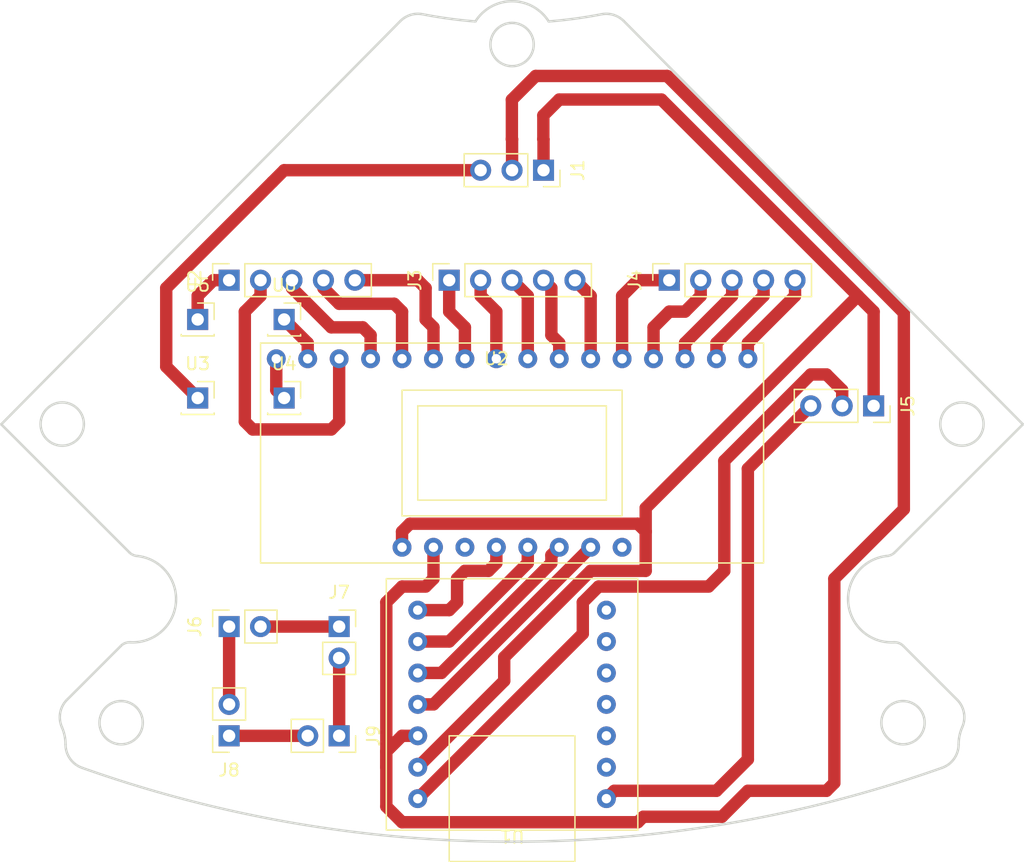
<source format=kicad_pcb>
(kicad_pcb (version 20211014) (generator pcbnew)
  (layers (0 "F.Cu" signal) (31 "B.Cu" signal) (34 "B.Paste" user) (35 "F.Paste" user) (36 "B.SilkS" user "B.Silkscreen") (37 "F.SilkS" user "F.Silkscreen") (38 "B.Mask" user) (39 "F.Mask" user) (44 "Edge.Cuts" user))
  (net 0 "")
  (net 1 "GND")
  (net 2 "+3V3")
  (net 3 "Net-(J1-Pad3)")
  (net 4 "Net-(J2-Pad1)")
  (net 5 "Net-(J2-Pad2)")
  (net 6 "Net-(J2-Pad3)")
  (net 7 "Net-(J2-Pad4)")
  (net 8 "Net-(J2-Pad5)")
  (net 9 "Net-(J3-Pad1)")
  (net 10 "Net-(J3-Pad2)")
  (net 11 "Net-(J3-Pad3)")
  (net 12 "Net-(J3-Pad4)")
  (net 13 "Net-(J3-Pad5)")
  (net 14 "Net-(J4-Pad1)")
  (net 15 "Net-(J4-Pad2)")
  (net 16 "Net-(J4-Pad3)")
  (net 17 "Net-(J4-Pad4)")
  (net 18 "Net-(J4-Pad5)")
  (net 19 "+5V")
  (net 20 "DAC")
  (net 21 "S3")
  (net 22 "S2")
  (net 23 "S1")
  (net 24 "S0")
  (net 33 "Net-(J6-Pad1)")
  (net 34 "Net-(J6-Pad2)")
  (net 35 "Net-(J7-Pad2)")
  (net 36 "Net-(J8-Pad1)")
  (net 37 "Net-(U2-Pad9)")
  (net 38 "Net-(U2-Pad10)")
  (footprint "Connector_PinSocket_2.54mm:PinSocket_1x02_P2.54mm_Vertical" (layer "F.Cu") (at -13.97 47.05)
    (fp_text reference "J7" (at 0 -2.77) (layer "F.SilkS"))
    (fp_text value "battery1")
    (fp_line (start 0 -1.33) (end 1.33 -1.33) (layer "F.SilkS") (width 0.12))
    (fp_line (start -1.33 1.27) (end 1.33 1.27) (layer "F.SilkS") (width 0.12))
    (fp_line (start -1.33 1.27) (end -1.33 3.87) (layer "F.SilkS") (width 0.12))
    (fp_line (start 1.33 -1.33) (end 1.33 0) (layer "F.SilkS") (width 0.12))
    (fp_line (start -1.33 3.87) (end 1.33 3.87) (layer "F.SilkS") (width 0.12))
    (fp_line (start 1.33 1.27) (end 1.33 3.87) (layer "F.SilkS") (width 0.12))
    (pad "1" thru_hole rect (at 0 0) (size 1.7 1.7) (drill 1) (layers *.Cu *.Mask) (net 34 "Net-(J6-Pad2)"))
    (pad "2" thru_hole oval (at 0 2.54) (size 1.7 1.7) (drill 1) (layers *.Cu *.Mask) (net 35 "Net-(J7-Pad2)"))
  )
  (footprint "Connector_PinSocket_2.54mm:PinSocket_1x02_P2.54mm_Vertical" (layer "F.Cu") (at -22.86 47.05 90)
    (fp_text reference "J6" (at 0 -2.77 90) (layer "F.SilkS"))
    (fp_text value "driver")
    (fp_line (start -1.33 3.87) (end 1.33 3.87) (layer "F.SilkS") (width 0.12))
    (fp_line (start -1.33 1.27) (end -1.33 3.87) (layer "F.SilkS") (width 0.12))
    (fp_line (start 0 -1.33) (end 1.33 -1.33) (layer "F.SilkS") (width 0.12))
    (fp_line (start -1.33 1.27) (end 1.33 1.27) (layer "F.SilkS") (width 0.12))
    (fp_line (start 1.33 -1.33) (end 1.33 0) (layer "F.SilkS") (width 0.12))
    (fp_line (start 1.33 1.27) (end 1.33 3.87) (layer "F.SilkS") (width 0.12))
    (pad "1" thru_hole rect (at 0 0 90) (size 1.7 1.7) (drill 1) (layers *.Cu *.Mask) (net 33 "Net-(J6-Pad1)"))
    (pad "2" thru_hole oval (at 0 2.54 90) (size 1.7 1.7) (drill 1) (layers *.Cu *.Mask) (net 34 "Net-(J6-Pad2)"))
  )
  (footprint "Connector_PinSocket_2.54mm:PinSocket_1x01_P2.54mm_Vertical" (layer "F.Cu") (at -25.4 22.225)
    (fp_text reference "U5" (at 0 -2.77) (layer "F.SilkS"))
    (fp_text value "B")
    (fp_line (start 1.33 -1.33) (end 1.33 0) (layer "F.SilkS") (width 0.12))
    (fp_line (start -1.33 1.21) (end -1.33 1.33) (layer "F.SilkS") (width 0.12))
    (fp_line (start -1.33 1.33) (end 1.33 1.33) (layer "F.SilkS") (width 0.12))
    (fp_line (start 0 -1.33) (end 1.33 -1.33) (layer "F.SilkS") (width 0.12))
    (fp_line (start 1.33 1.21) (end 1.33 1.33) (layer "F.SilkS") (width 0.12))
    (pad "1" thru_hole rect (at 0 0) (size 1.7 1.7) (drill 1) (layers *.Cu *.Mask) (net 4 "Net-(J2-Pad1)"))
  )
  (footprint "Connector_PinSocket_2.54mm:PinSocket_1x05_P2.54mm_Vertical" (layer "F.Cu") (at 12.7 19.05 90)
    (fp_text reference "J4" (at 0 -2.77 90) (layer "F.SilkS"))
    (fp_text value "C11~C15")
    (fp_line (start -1.33 1.27) (end 1.33 1.27) (layer "F.SilkS") (width 0.12))
    (fp_line (start 1.33 1.27) (end 1.33 11.49) (layer "F.SilkS") (width 0.12))
    (fp_line (start 1.33 -1.33) (end 1.33 0) (layer "F.SilkS") (width 0.12))
    (fp_line (start -1.33 1.27) (end -1.33 11.49) (layer "F.SilkS") (width 0.12))
    (fp_line (start -1.33 11.49) (end 1.33 11.49) (layer "F.SilkS") (width 0.12))
    (fp_line (start 0 -1.33) (end 1.33 -1.33) (layer "F.SilkS") (width 0.12))
    (pad "1" thru_hole rect (at 0 0 90) (size 1.7 1.7) (drill 1) (layers *.Cu *.Mask) (net 14 "Net-(J4-Pad1)"))
    (pad "2" thru_hole oval (at 0 2.54 90) (size 1.7 1.7) (drill 1) (layers *.Cu *.Mask) (net 15 "Net-(J4-Pad2)"))
    (pad "3" thru_hole oval (at 0 5.08 90) (size 1.7 1.7) (drill 1) (layers *.Cu *.Mask) (net 16 "Net-(J4-Pad3)"))
    (pad "4" thru_hole oval (at 0 7.62 90) (size 1.7 1.7) (drill 1) (layers *.Cu *.Mask) (net 17 "Net-(J4-Pad4)"))
    (pad "5" thru_hole oval (at 0 10.16 90) (size 1.7 1.7) (drill 1) (layers *.Cu *.Mask) (net 18 "Net-(J4-Pad5)"))
  )
  (footprint "Connector_PinSocket_2.54mm:PinSocket_1x02_P2.54mm_Vertical" (layer "F.Cu") (at -22.86 55.88 180)
    (fp_text reference "J8" (at 0 -2.77) (layer "F.SilkS"))
    (fp_text value "toggle")
    (fp_line (start 1.33 1.27) (end 1.33 3.87) (layer "F.SilkS") (width 0.12))
    (fp_line (start -1.33 3.87) (end 1.33 3.87) (layer "F.SilkS") (width 0.12))
    (fp_line (start -1.33 1.27) (end 1.33 1.27) (layer "F.SilkS") (width 0.12))
    (fp_line (start 1.33 -1.33) (end 1.33 0) (layer "F.SilkS") (width 0.12))
    (fp_line (start -1.33 1.27) (end -1.33 3.87) (layer "F.SilkS") (width 0.12))
    (fp_line (start 0 -1.33) (end 1.33 -1.33) (layer "F.SilkS") (width 0.12))
    (pad "1" thru_hole rect (at 0 0 180) (size 1.7 1.7) (drill 1) (layers *.Cu *.Mask) (net 36 "Net-(J8-Pad1)"))
    (pad "2" thru_hole oval (at 0 2.54 180) (size 1.7 1.7) (drill 1) (layers *.Cu *.Mask) (net 33 "Net-(J6-Pad1)"))
  )
  (footprint "Connector_PinSocket_2.54mm:PinSocket_1x02_P2.54mm_Vertical" (layer "F.Cu") (at -13.97 55.88 -90)
    (fp_text reference "J9" (at 0 -2.77 90) (layer "F.SilkS"))
    (fp_text value "battery2")
    (fp_line (start 1.33 -1.33) (end 1.33 0) (layer "F.SilkS") (width 0.12))
    (fp_line (start 0 -1.33) (end 1.33 -1.33) (layer "F.SilkS") (width 0.12))
    (fp_line (start -1.33 1.27) (end -1.33 3.87) (layer "F.SilkS") (width 0.12))
    (fp_line (start -1.33 3.87) (end 1.33 3.87) (layer "F.SilkS") (width 0.12))
    (fp_line (start -1.33 1.27) (end 1.33 1.27) (layer "F.SilkS") (width 0.12))
    (fp_line (start 1.33 1.27) (end 1.33 3.87) (layer "F.SilkS") (width 0.12))
    (pad "1" thru_hole rect (at 0 0 270) (size 1.7 1.7) (drill 1) (layers *.Cu *.Mask) (net 35 "Net-(J7-Pad2)"))
    (pad "2" thru_hole oval (at 0 2.54 270) (size 1.7 1.7) (drill 1) (layers *.Cu *.Mask) (net 36 "Net-(J8-Pad1)"))
  )
  (footprint "Multiplexer:16ch_Multiplexer" (layer "F.Cu") (at -1.27 25.4)
    (fp_text reference "U2" (at 0 0 unlocked) (layer "F.SilkS"))
    (fp_text value "16ch_Multiplexer")
    (fp_rect (start -6.35 3.81) (end 8.89 11.43) (layer "F.SilkS") (width 0.12) (fill none))
    (fp_rect (start -19.05 -1.27) (end 21.59 16.51) (layer "F.SilkS") (width 0.12) (fill none))
    (fp_rect (start -7.62 12.7) (end 10.16 2.54) (layer "F.SilkS") (width 0.12) (fill none))
    (pad "1" thru_hole circle (at -7.62 15.24) (size 1.524 1.524) (drill 0.762) (layers *.Cu *.Mask) (net 1 "GND"))
    (pad "2" thru_hole circle (at -5.08 15.24) (size 1.524 1.524) (drill 0.762) (layers *.Cu *.Mask) (net 2 "+3V3"))
    (pad "3" thru_hole circle (at -2.54 15.24) (size 1.524 1.524) (drill 0.762) (layers *.Cu *.Mask))
    (pad "4" thru_hole circle (at 0 15.24) (size 1.524 1.524) (drill 0.762) (layers *.Cu *.Mask) (net 24 "S0"))
    (pad "5" thru_hole circle (at 2.54 15.24) (size 1.524 1.524) (drill 0.762) (layers *.Cu *.Mask) (net 23 "S1"))
    (pad "6" thru_hole circle (at 5.08 15.24) (size 1.524 1.524) (drill 0.762) (layers *.Cu *.Mask) (net 22 "S2"))
    (pad "7" thru_hole circle (at 7.62 15.24) (size 1.524 1.524) (drill 0.762) (layers *.Cu *.Mask) (net 21 "S3"))
    (pad "8" thru_hole circle (at 10.16 15.24) (size 1.524 1.524) (drill 0.762) (layers *.Cu *.Mask))
    (pad "9" thru_hole circle (at -17.78 0) (size 1.524 1.524) (drill 0.762) (layers *.Cu *.Mask) (net 37 "Net-(U2-Pad9)"))
    (pad "10" thru_hole circle (at -15.24 0) (size 1.524 1.524) (drill 0.762) (layers *.Cu *.Mask) (net 38 "Net-(U2-Pad10)"))
    (pad "11" thru_hole circle (at -12.7 0) (size 1.524 1.524) (drill 0.762) (layers *.Cu *.Mask) (net 5 "Net-(J2-Pad2)"))
    (pad "12" thru_hole circle (at -10.16 0) (size 1.524 1.524) (drill 0.762) (layers *.Cu *.Mask) (net 6 "Net-(J2-Pad3)"))
    (pad "13" thru_hole circle (at -7.62 0) (size 1.524 1.524) (drill 0.762) (layers *.Cu *.Mask) (net 7 "Net-(J2-Pad4)"))
    (pad "14" thru_hole circle (at -5.08 0) (size 1.524 1.524) (drill 0.762) (layers *.Cu *.Mask) (net 8 "Net-(J2-Pad5)"))
    (pad "15" thru_hole circle (at -2.54 0) (size 1.524 1.524) (drill 0.762) (layers *.Cu *.Mask) (net 9 "Net-(J3-Pad1)"))
    (pad "16" thru_hole circle (at 0 0) (size 1.524 1.524) (drill 0.762) (layers *.Cu *.Mask) (net 10 "Net-(J3-Pad2)"))
    (pad "17" thru_hole circle (at 2.54 0) (size 1.524 1.524) (drill 0.762) (layers *.Cu *.Mask) (net 11 "Net-(J3-Pad3)"))
    (pad "18" thru_hole circle (at 5.08 0) (size 1.524 1.524) (drill 0.762) (layers *.Cu *.Mask) (net 12 "Net-(J3-Pad4)"))
    (pad "19" thru_hole circle (at 7.62 0) (size 1.524 1.524) (drill 0.762) (layers *.Cu *.Mask) (net 13 "Net-(J3-Pad5)"))
    (pad "20" thru_hole circle (at 10.16 0) (size 1.524 1.524) (drill 0.762) (layers *.Cu *.Mask) (net 14 "Net-(J4-Pad1)"))
    (pad "21" thru_hole circle (at 12.7 0) (size 1.524 1.524) (drill 0.762) (layers *.Cu *.Mask) (net 15 "Net-(J4-Pad2)"))
    (pad "22" thru_hole circle (at 15.24 0) (size 1.524 1.524) (drill 0.762) (layers *.Cu *.Mask) (net 16 "Net-(J4-Pad3)"))
    (pad "23" thru_hole circle (at 17.78 0) (size 1.524 1.524) (drill 0.762) (layers *.Cu *.Mask) (net 17 "Net-(J4-Pad4)"))
    (pad "24" thru_hole circle (at 20.32 0) (size 1.524 1.524) (drill 0.762) (layers *.Cu *.Mask) (net 18 "Net-(J4-Pad5)"))
  )
  (footprint "seeeduino_xiao:seeeduino_xiao" (layer "F.Cu") (at 0 63.5 180)
    (fp_text reference "U1" (at 0 -0.5 180 unlocked) (layer "F.SilkS"))
    (fp_text value "seeeduino_xion")
    (fp_rect (start -5.08 -2.54) (end 5.08 7.62) (layer "F.SilkS") (width 0.12) (fill none))
    (fp_rect (start -10.16 0) (end 10.16 20.32) (layer "F.SilkS") (width 0.12) (fill none))
    (pad "1" thru_hole circle (at 7.62 2.54 180) (size 1.524 1.524) (drill 0.762) (layers *.Cu *.Mask) (net 19 "+5V"))
    (pad "2" thru_hole circle (at 7.62 5.08 180) (size 1.524 1.524) (drill 0.762) (layers *.Cu *.Mask) (net 1 "GND"))
    (pad "3" thru_hole circle (at 7.62 7.62 180) (size 1.524 1.524) (drill 0.762) (layers *.Cu *.Mask) (net 2 "+3V3"))
    (pad "4" thru_hole circle (at 7.62 10.16 180) (size 1.524 1.524) (drill 0.762) (layers *.Cu *.Mask) (net 21 "S3"))
    (pad "5" thru_hole circle (at 7.62 12.7 180) (size 1.524 1.524) (drill 0.762) (layers *.Cu *.Mask) (net 22 "S2"))
    (pad "6" thru_hole circle (at 7.62 15.24 180) (size 1.524 1.524) (drill 0.762) (layers *.Cu *.Mask) (net 23 "S1"))
    (pad "7" thru_hole circle (at 7.62 17.78 180) (size 1.524 1.524) (drill 0.762) (layers *.Cu *.Mask) (net 24 "S0"))
    (pad "8" thru_hole circle (at -7.62 2.54 180) (size 1.524 1.524) (drill 0.762) (layers *.Cu *.Mask) (net 20 "DAC"))
    (pad "9" thru_hole circle (at -7.62 5.08 180) (size 1.524 1.524) (drill 0.762) (layers *.Cu *.Mask))
    (pad "10" thru_hole circle (at -7.62 7.62 180) (size 1.524 1.524) (drill 0.762) (layers *.Cu *.Mask))
    (pad "11" thru_hole circle (at -7.62 10.16 180) (size 1.524 1.524) (drill 0.762) (layers *.Cu *.Mask))
    (pad "12" thru_hole circle (at -7.62 12.7 180) (size 1.524 1.524) (drill 0.762) (layers *.Cu *.Mask))
    (pad "13" thru_hole circle (at -7.62 15.24 180) (size 1.524 1.524) (drill 0.762) (layers *.Cu *.Mask))
    (pad "14" thru_hole circle (at -7.62 17.78 180) (size 1.524 1.524) (drill 0.762) (layers *.Cu *.Mask))
  )
  (footprint "Connector_PinSocket_2.54mm:PinSocket_1x01_P2.54mm_Vertical" (layer "F.Cu") (at -25.4 28.575)
    (fp_text reference "U3" (at 0 -2.77) (layer "F.SilkS"))
    (fp_text value "A")
    (fp_line (start -1.33 1.33) (end 1.33 1.33) (layer "F.SilkS") (width 0.12))
    (fp_line (start 0 -1.33) (end 1.33 -1.33) (layer "F.SilkS") (width 0.12))
    (fp_line (start 1.33 1.21) (end 1.33 1.33) (layer "F.SilkS") (width 0.12))
    (fp_line (start 1.33 -1.33) (end 1.33 0) (layer "F.SilkS") (width 0.12))
    (fp_line (start -1.33 1.21) (end -1.33 1.33) (layer "F.SilkS") (width 0.12))
    (pad "1" thru_hole rect (at 0 0) (size 1.7 1.7) (drill 1) (layers *.Cu *.Mask) (net 3 "Net-(J1-Pad3)"))
  )
  (footprint "Connector_PinSocket_2.54mm:PinSocket_1x05_P2.54mm_Vertical" (layer "F.Cu") (at -5.08 19.05 90)
    (fp_text reference "J3" (at 0 -2.77 90) (layer "F.SilkS"))
    (fp_text value "C6~C10")
    (fp_line (start 1.33 -1.33) (end 1.33 0) (layer "F.SilkS") (width 0.12))
    (fp_line (start -1.33 11.49) (end 1.33 11.49) (layer "F.SilkS") (width 0.12))
    (fp_line (start 1.33 1.27) (end 1.33 11.49) (layer "F.SilkS") (width 0.12))
    (fp_line (start -1.33 1.27) (end 1.33 1.27) (layer "F.SilkS") (width 0.12))
    (fp_line (start -1.33 1.27) (end -1.33 11.49) (layer "F.SilkS") (width 0.12))
    (fp_line (start 0 -1.33) (end 1.33 -1.33) (layer "F.SilkS") (width 0.12))
    (pad "1" thru_hole rect (at 0 0 90) (size 1.7 1.7) (drill 1) (layers *.Cu *.Mask) (net 9 "Net-(J3-Pad1)"))
    (pad "2" thru_hole oval (at 0 2.54 90) (size 1.7 1.7) (drill 1) (layers *.Cu *.Mask) (net 10 "Net-(J3-Pad2)"))
    (pad "3" thru_hole oval (at 0 5.08 90) (size 1.7 1.7) (drill 1) (layers *.Cu *.Mask) (net 11 "Net-(J3-Pad3)"))
    (pad "4" thru_hole oval (at 0 7.62 90) (size 1.7 1.7) (drill 1) (layers *.Cu *.Mask) (net 12 "Net-(J3-Pad4)"))
    (pad "5" thru_hole oval (at 0 10.16 90) (size 1.7 1.7) (drill 1) (layers *.Cu *.Mask) (net 13 "Net-(J3-Pad5)"))
  )
  (footprint "Connector_PinSocket_2.54mm:PinSocket_1x05_P2.54mm_Vertical" (layer "F.Cu") (at -22.86 19.05 90)
    (fp_text reference "J2" (at 0 -2.77 90) (layer "F.SilkS"))
    (fp_text value "C1~C5")
    (fp_line (start -1.33 1.27) (end -1.33 11.49) (layer "F.SilkS") (width 0.12))
    (fp_line (start -1.33 1.27) (end 1.33 1.27) (layer "F.SilkS") (width 0.12))
    (fp_line (start 1.33 1.27) (end 1.33 11.49) (layer "F.SilkS") (width 0.12))
    (fp_line (start -1.33 11.49) (end 1.33 11.49) (layer "F.SilkS") (width 0.12))
    (fp_line (start 0 -1.33) (end 1.33 -1.33) (layer "F.SilkS") (width 0.12))
    (fp_line (start 1.33 -1.33) (end 1.33 0) (layer "F.SilkS") (width 0.12))
    (pad "1" thru_hole rect (at 0 0 90) (size 1.7 1.7) (drill 1) (layers *.Cu *.Mask) (net 4 "Net-(J2-Pad1)"))
    (pad "2" thru_hole oval (at 0 2.54 90) (size 1.7 1.7) (drill 1) (layers *.Cu *.Mask) (net 5 "Net-(J2-Pad2)"))
    (pad "3" thru_hole oval (at 0 5.08 90) (size 1.7 1.7) (drill 1) (layers *.Cu *.Mask) (net 6 "Net-(J2-Pad3)"))
    (pad "4" thru_hole oval (at 0 7.62 90) (size 1.7 1.7) (drill 1) (layers *.Cu *.Mask) (net 7 "Net-(J2-Pad4)"))
    (pad "5" thru_hole oval (at 0 10.16 90) (size 1.7 1.7) (drill 1) (layers *.Cu *.Mask) (net 8 "Net-(J2-Pad5)"))
  )
  (footprint "Connector_PinSocket_2.54mm:PinSocket_1x03_P2.54mm_Vertical" (layer "F.Cu") (at 2.54 10.16 -90)
    (fp_text reference "J1" (at 0 -2.77 90) (layer "F.SilkS"))
    (fp_text value "GND/5V/C0")
    (fp_line (start 1.33 1.27) (end 1.33 6.41) (layer "F.SilkS") (width 0.12))
    (fp_line (start -1.33 6.41) (end 1.33 6.41) (layer "F.SilkS") (width 0.12))
    (fp_line (start -1.33 1.27) (end -1.33 6.41) (layer "F.SilkS") (width 0.12))
    (fp_line (start 0 -1.33) (end 1.33 -1.33) (layer "F.SilkS") (width 0.12))
    (fp_line (start 1.33 -1.33) (end 1.33 0) (layer "F.SilkS") (width 0.12))
    (fp_line (start -1.33 1.27) (end 1.33 1.27) (layer "F.SilkS") (width 0.12))
    (pad "1" thru_hole rect (at 0 0 270) (size 1.7 1.7) (drill 1) (layers *.Cu *.Mask) (net 1 "GND"))
    (pad "2" thru_hole oval (at 0 2.54 270) (size 1.7 1.7) (drill 1) (layers *.Cu *.Mask) (net 2 "+3V3"))
    (pad "3" thru_hole oval (at 0 5.08 270) (size 1.7 1.7) (drill 1) (layers *.Cu *.Mask) (net 3 "Net-(J1-Pad3)"))
  )
  (footprint "Connector_PinSocket_2.54mm:PinSocket_1x01_P2.54mm_Vertical" (layer "F.Cu") (at -18.415 28.575)
    (fp_text reference "U4" (at 0 -2.77) (layer "F.SilkS"))
    (fp_text value "A")
    (fp_line (start 1.33 1.21) (end 1.33 1.33) (layer "F.SilkS") (width 0.12))
    (fp_line (start -1.33 1.33) (end 1.33 1.33) (layer "F.SilkS") (width 0.12))
    (fp_line (start 0 -1.33) (end 1.33 -1.33) (layer "F.SilkS") (width 0.12))
    (fp_line (start 1.33 -1.33) (end 1.33 0) (layer "F.SilkS") (width 0.12))
    (fp_line (start -1.33 1.21) (end -1.33 1.33) (layer "F.SilkS") (width 0.12))
    (pad "1" thru_hole rect (at 0 0) (size 1.7 1.7) (drill 1) (layers *.Cu *.Mask) (net 37 "Net-(U2-Pad9)"))
  )
  (footprint "Connector_PinSocket_2.54mm:PinSocket_1x03_P2.54mm_Vertical" (layer "F.Cu") (at 29.21 29.21 -90)
    (fp_text reference "J5" (at 0 -2.77 90) (layer "F.SilkS"))
    (fp_text value "GND/5V/DAC")
    (fp_line (start 1.33 -1.33) (end 1.33 0) (layer "F.SilkS") (width 0.12))
    (fp_line (start -1.33 6.41) (end 1.33 6.41) (layer "F.SilkS") (width 0.12))
    (fp_line (start -1.33 1.27) (end -1.33 6.41) (layer "F.SilkS") (width 0.12))
    (fp_line (start 1.33 1.27) (end 1.33 6.41) (layer "F.SilkS") (width 0.12))
    (fp_line (start 0 -1.33) (end 1.33 -1.33) (layer "F.SilkS") (width 0.12))
    (fp_line (start -1.33 1.27) (end 1.33 1.27) (layer "F.SilkS") (width 0.12))
    (pad "1" thru_hole rect (at 0 0 270) (size 1.7 1.7) (drill 1) (layers *.Cu *.Mask) (net 1 "GND"))
    (pad "2" thru_hole oval (at 0 2.54 270) (size 1.7 1.7) (drill 1) (layers *.Cu *.Mask) (net 19 "+5V"))
    (pad "3" thru_hole oval (at 0 5.08 270) (size 1.7 1.7) (drill 1) (layers *.Cu *.Mask) (net 20 "DAC"))
  )
  (footprint "Connector_PinSocket_2.54mm:PinSocket_1x01_P2.54mm_Vertical" (layer "F.Cu") (at -18.415 22.225)
    (fp_text reference "U6" (at 0 -2.77) (layer "F.SilkS"))
    (fp_text value "B")
    (fp_line (start 1.33 -1.33) (end 1.33 0) (layer "F.SilkS") (width 0.12))
    (fp_line (start -1.33 1.21) (end -1.33 1.33) (layer "F.SilkS") (width 0.12))
    (fp_line (start 0 -1.33) (end 1.33 -1.33) (layer "F.SilkS") (width 0.12))
    (fp_line (start 1.33 1.21) (end 1.33 1.33) (layer "F.SilkS") (width 0.12))
    (fp_line (start -1.33 1.33) (end 1.33 1.33) (layer "F.SilkS") (width 0.12))
    (pad "1" thru_hole rect (at 0 0) (size 1.7 1.7) (drill 1) (layers *.Cu *.Mask) (net 38 "Net-(U2-Pad10)"))
  )
  (gr_arc (start 35.952633 52.960915) (mid 36.503891 54.005104) (end 36.370076 55.178267) (layer "Edge.Cuts") (width 0.2))
  (gr_arc (start -34.743624 58.46464) (mid -35.708482 57.734231) (end -36.075477 56.581078) (layer "Edge.Cuts") (width 0.2))
  (gr_line (start 31.60298 48.611253) (end 35.952633 52.960915) (layer "Edge.Cuts") (width 0.2))
  (gr_arc (start -36.370076 55.178267) (mid -36.150193 55.86443) (end -36.075477 56.581078) (layer "Edge.Cuts") (width 0.2))
  (gr_arc (start 30.840228 48.319908) (mid 27.155652 45.092056) (end 30.306892 41.341746) (layer "Edge.Cuts") (width 0.2))
  (gr_arc (start -31.60298 48.611253) (mid -31.252694 48.384186) (end -30.840228 48.319908) (layer "Edge.Cuts") (width 0.2))
  (gr_arc (start -9.024118 -1.898315) (mid -8.194312 -2.396814) (end -7.227596 -2.447222) (layer "Edge.Cuts") (width 0.2))
  (gr_arc (start -30.306892 41.341746) (mid -27.155652 45.092056) (end -30.840228 48.319908) (layer "Edge.Cuts") (width 0.2))
  (gr_circle (center 36.34227 30.678984) (end 36.34227 28.928984) (layer "Edge.Cuts") (width 0.2) (fill none))
  (gr_arc (start 36.075477 56.581078) (mid 35.708481 57.73423) (end 34.743624 58.46464) (layer "Edge.Cuts") (width 0.2))
  (gr_circle (center 31.582806 54.820218) (end 31.582806 53.070218) (layer "Edge.Cuts") (width 0.2) (fill none))
  (gr_line (start -41.269842 30.700962) (end -9.024118 -1.898315) (layer "Edge.Cuts") (width 0.2))
  (gr_circle (center 0 0) (end 0 -1.75) (layer "Edge.Cuts") (width 0.2) (fill none))
  (gr_arc (start 30.840228 48.319908) (mid 31.252694 48.384186) (end 31.60298 48.611253) (layer "Edge.Cuts") (width 0.2))
  (gr_circle (center -31.582806 54.820218) (end -31.582806 53.070218) (layer "Edge.Cuts") (width 0.2) (fill none))
  (gr_arc (start -2.961012 -1.86612) (mid -5.102583 -2.095884) (end -7.227596 -2.447222) (layer "Edge.Cuts") (width 0.2))
  (gr_arc (start 36.075477 56.581078) (mid 36.150193 55.86443) (end 36.370076 55.178267) (layer "Edge.Cuts") (width 0.2))
  (gr_circle (center -36.34227 30.678984) (end -36.34227 28.928984) (layer "Edge.Cuts") (width 0.2) (fill none))
  (gr_line (start 41.269842 30.700962) (end 9.024118 -1.898315) (layer "Edge.Cuts") (width 0.2))
  (gr_arc (start 30.917261 41.053543) (mid 30.637128 41.250701) (end 30.306892 41.341746) (layer "Edge.Cuts") (width 0.2))
  (gr_arc (start 7.227596 -2.447222) (mid 5.102583 -2.095886) (end 2.961012 -1.86612) (layer "Edge.Cuts") (width 0.2))
  (gr_line (start -35.952633 52.960915) (end -31.60298 48.611253) (layer "Edge.Cuts") (width 0.2))
  (gr_arc (start -30.306892 41.341746) (mid -30.637128 41.2507) (end -30.917261 41.053543) (layer "Edge.Cuts") (width 0.2))
  (gr_line (start 41.269842 30.700962) (end 30.917261 41.053543) (layer "Edge.Cuts") (width 0.2))
  (gr_arc (start -36.370076 55.178267) (mid -36.503891 54.005104) (end -35.952633 52.960915) (layer "Edge.Cuts") (width 0.2))
  (gr_arc (start 34.743624 58.46464) (mid 0 64.439742) (end -34.743624 58.46464) (layer "Edge.Cuts") (width 0.2))
  (gr_arc (start -2.961012 -1.86612) (mid 0 -3.5) (end 2.961012 -1.86612) (layer "Edge.Cuts") (width 0.2))
  (gr_line (start -41.269842 30.700962) (end -30.917261 41.053543) (layer "Edge.Cuts") (width 0.2))
  (gr_arc (start 7.227596 -2.447222) (mid 8.194312 -2.396814) (end 9.024118 -1.898315) (layer "Edge.Cuts") (width 0.2))
  (segment (start 12.065 4.445) (end 27.94 20.32) (width 1) (layer "F.Cu") (net 1))
  (segment (start 10.16 38.735) (end 10.795 39.37) (width 1) (layer "F.Cu") (net 1))
  (segment (start 2.525 7.645) (end 2.54 7.66) (width 1) (layer "F.Cu") (net 1))
  (segment (start 2.525 7.645) (end 2.525 5.73) (width 1) (layer "F.Cu") (net 1))
  (segment (start -7.62 58.42) (end -0.635 51.435) (width 1) (layer "F.Cu") (net 1))
  (segment (start -0.635 49.53) (end 6.35 42.545) (width 1) (layer "F.Cu") (net 1))
  (segment (start 27.94 20.32) (end 29.21 21.59) (width 1) (layer "F.Cu") (net 1))
  (segment (start -8.89 40.64) (end -8.89 39.37) (width 1) (layer "F.Cu") (net 1))
  (segment (start 10.795 39.37) (end 10.795 42.545) (width 1) (layer "F.Cu") (net 1))
  (segment (start 3.81 4.445) (end 12.065 4.445) (width 1) (layer "F.Cu") (net 1))
  (segment (start -8.255 38.735) (end 10.16 38.735) (width 1) (layer "F.Cu") (net 1))
  (segment (start 6.35 42.545) (end 10.795 42.545) (width 1) (layer "F.Cu") (net 1))
  (segment (start -8.89 39.37) (end -8.255 38.735) (width 1) (layer "F.Cu") (net 1))
  (segment (start 10.795 39.37) (end 10.795 37.465) (width 1) (layer "F.Cu") (net 1))
  (segment (start 10.795 37.465) (end 27.94 20.32) (width 1) (layer "F.Cu") (net 1))
  (segment (start -0.635 51.435) (end -0.635 49.53) (width 1) (layer "F.Cu") (net 1))
  (segment (start 2.54 7.66) (end 2.54 10.16) (width 1) (layer "F.Cu") (net 1))
  (segment (start 29.21 21.59) (end 29.21 29.21) (width 1) (layer "F.Cu") (net 1))
  (segment (start 2.525 5.73) (end 3.81 4.445) (width 1) (layer "F.Cu") (net 1))
  (segment (start 26.035 43.18) (end 26.035 59.69) (width 1) (layer "F.Cu") (net 2))
  (segment (start 1.905 2.54) (end 12.531046 2.54) (width 1) (layer "F.Cu") (net 2))
  (segment (start -8.89 43.815) (end -10.16 45.085) (width 1) (layer "F.Cu") (net 2))
  (segment (start -10.16 57.15) (end -8.89 55.88) (width 1) (layer "F.Cu") (net 2))
  (segment (start -6.35 43.18) (end -6.985 43.815) (width 1) (layer "F.Cu") (net 2))
  (segment (start 10.16 62.865) (end -8.89 62.865) (width 1) (layer "F.Cu") (net 2))
  (segment (start 0 7.66) (end 0 10.16) (width 1) (layer "F.Cu") (net 2))
  (segment (start 28.580966 18.583954) (end 29.125063 19.134016) (width 1) (layer "F.Cu") (net 2))
  (segment (start 25.4 60.325) (end 19.05 60.325) (width 1) (layer "F.Cu") (net 2))
  (segment (start 26.035 59.69) (end 25.4 60.325) (width 1) (layer "F.Cu") (net 2))
  (segment (start 28.575 18.583954) (end 28.580966 18.583954) (width 1) (layer "F.Cu") (net 2))
  (segment (start 26.268023 16.276977) (end 28.575 18.583954) (width 1) (layer "F.Cu") (net 2))
  (segment (start 26.268023 16.276977) (end 29.125051 19.134005) (width 1) (layer "F.Cu") (net 2))
  (segment (start -8.89 62.865) (end -10.16 61.595) (width 1) (layer "F.Cu") (net 2))
  (segment (start -8.89 55.88) (end -7.62 55.88) (width 1) (layer "F.Cu") (net 2))
  (segment (start -10.16 45.085) (end -10.16 58.42) (width 1) (layer "F.Cu") (net 2))
  (segment (start 31.651138 21.68779) (end 31.651138 37.563862) (width 1) (layer "F.Cu") (net 2))
  (segment (start 31.651138 37.563862) (end 26.035 43.18) (width 1) (layer "F.Cu") (net 2))
  (segment (start -0.015 7.645) (end 0 7.66) (width 1) (layer "F.Cu") (net 2))
  (segment (start 16.953 62.422) (end 10.603 62.422) (width 1) (layer "F.Cu") (net 2))
  (segment (start -10.16 61.595) (end -10.16 58.42) (width 1) (layer "F.Cu") (net 2))
  (segment (start -6.985 43.815) (end -8.89 43.815) (width 1) (layer "F.Cu") (net 2))
  (segment (start 10.603 62.422) (end 10.16 62.865) (width 1) (layer "F.Cu") (net 2))
  (segment (start 12.531046 2.54) (end 26.268023 16.276977) (width 1) (layer "F.Cu") (net 2))
  (segment (start -0.015 7.645) (end -0.015 4.46) (width 1) (layer "F.Cu") (net 2))
  (segment (start 19.05 60.325) (end 16.953 62.422) (width 1) (layer "F.Cu") (net 2))
  (segment (start -0.015 4.46) (end 1.905 2.54) (width 1) (layer "F.Cu") (net 2))
  (segment (start -10.16 58.42) (end -10.16 57.15) (width 1) (layer "F.Cu") (net 2))
  (segment (start -6.35 40.64) (end -6.35 43.18) (width 1) (layer "F.Cu") (net 2))
  (segment (start 29.125051 19.134005) (end 31.651138 21.68779) (width 1) (layer "F.Cu") (net 2))
  (segment (start -2.54 10.16) (end -18.415 10.16) (width 1) (layer "F.Cu") (net 3))
  (segment (start -18.415 10.16) (end -19.3675 11.1125) (width 1) (layer "F.Cu") (net 3))
  (segment (start -27.94 26.035) (end -25.4 28.575) (width 1) (layer "F.Cu") (net 3))
  (segment (start -27.94 19.685) (end -27.94 26.035) (width 1) (layer "F.Cu") (net 3))
  (segment (start -19.3675 11.1125) (end -27.94 19.685) (width 1) (layer "F.Cu") (net 3))
  (segment (start -22.86 19.05) (end -24.13 19.05) (width 1) (layer "F.Cu") (net 4))
  (segment (start -25.4 20.32) (end -25.4 22.225) (width 1) (layer "F.Cu") (net 4))
  (segment (start -24.13 19.05) (end -25.4 20.32) (width 1) (layer "F.Cu") (net 4))
  (segment (start -20.32 20.32) (end -21.59 21.59) (width 1) (layer "F.Cu") (net 5))
  (segment (start -21.59 30.48) (end -20.955 31.115) (width 1) (layer "F.Cu") (net 5))
  (segment (start -20.32 19.05) (end -20.32 20.32) (width 1) (layer "F.Cu") (net 5))
  (segment (start -13.97 30.48) (end -13.97 25.4) (width 1) (layer "F.Cu") (net 5))
  (segment (start -20.955 31.115) (end -14.605 31.115) (width 1) (layer "F.Cu") (net 5))
  (segment (start -14.605 31.115) (end -13.97 30.48) (width 1) (layer "F.Cu") (net 5))
  (segment (start -21.59 21.59) (end -21.59 30.48) (width 1) (layer "F.Cu") (net 5))
  (segment (start -12.065 22.86) (end -11.43 23.495) (width 1) (layer "F.Cu") (net 6))
  (segment (start -14.605 22.86) (end -12.065 22.86) (width 1) (layer "F.Cu") (net 6))
  (segment (start -17.78 19.685) (end -14.605 22.86) (width 1) (layer "F.Cu") (net 6))
  (segment (start -17.78 19.05) (end -17.78 19.685) (width 1) (layer "F.Cu") (net 6))
  (segment (start -11.43 23.495) (end -11.43 25.4) (width 1) (layer "F.Cu") (net 6))
  (segment (start -15.24 19.685) (end -13.97 20.955) (width 1) (layer "F.Cu") (net 7))
  (segment (start -8.89 21.59) (end -8.89 25.4) (width 1) (layer "F.Cu") (net 7))
  (segment (start -9.525 20.955) (end -8.89 21.59) (width 1) (layer "F.Cu") (net 7))
  (segment (start -13.97 20.955) (end -9.525 20.955) (width 1) (layer "F.Cu") (net 7))
  (segment (start -15.24 19.05) (end -15.24 19.685) (width 1) (layer "F.Cu") (net 7))
  (segment (start -6.35 22.86) (end -6.35 25.4) (width 1) (layer "F.Cu") (net 8))
  (segment (start -7.62 19.05) (end -6.985 19.685) (width 1) (layer "F.Cu") (net 8))
  (segment (start -12.7 19.05) (end -7.62 19.05) (width 1) (layer "F.Cu") (net 8))
  (segment (start -6.985 19.685) (end -6.985 22.225) (width 1) (layer "F.Cu") (net 8))
  (segment (start -6.985 22.225) (end -6.35 22.86) (width 1) (layer "F.Cu") (net 8))
  (segment (start -5.08 21.59) (end -3.81 22.86) (width 1) (layer "F.Cu") (net 9))
  (segment (start -3.81 22.86) (end -3.81 25.4) (width 1) (layer "F.Cu") (net 9))
  (segment (start -5.08 19.05) (end -5.08 21.59) (width 1) (layer "F.Cu") (net 9))
  (segment (start -2.54 19.05) (end -2.54 20.32) (width 1) (layer "F.Cu") (net 10))
  (segment (start -2.54 20.32) (end -1.27 21.59) (width 1) (layer "F.Cu") (net 10))
  (segment (start -1.27 21.59) (end -1.27 25.4) (width 1) (layer "F.Cu") (net 10))
  (segment (start 1.27 20.32) (end 1.27 25.4) (width 1) (layer "F.Cu") (net 11))
  (segment (start 0 19.05) (end 1.27 20.32) (width 1) (layer "F.Cu") (net 11))
  (segment (start 3.81 24.13) (end 3.81 25.4) (width 1) (layer "F.Cu") (net 12))
  (segment (start 3.175 23.495) (end 3.81 24.13) (width 1) (layer "F.Cu") (net 12))
  (segment (start 3.175 19.685) (end 3.175 23.495) (width 1) (layer "F.Cu") (net 12))
  (segment (start 2.54 19.05) (end 3.175 19.685) (width 1) (layer "F.Cu") (net 12))
  (segment (start 6.35 20.32) (end 6.35 25.4) (width 1) (layer "F.Cu") (net 13))
  (segment (start 5.08 19.05) (end 6.35 20.32) (width 1) (layer "F.Cu") (net 13))
  (segment (start 10.16 19.05) (end 8.89 20.32) (width 1) (layer "F.Cu") (net 14))
  (segment (start 12.7 19.05) (end 10.16 19.05) (width 1) (layer "F.Cu") (net 14))
  (segment (start 8.89 20.32) (end 8.89 25.4) (width 1) (layer "F.Cu") (net 14))
  (segment (start 13.97 21.59) (end 12.7 21.59) (width 1) (layer "F.Cu") (net 15))
  (segment (start 15.24 20.32) (end 13.97 21.59) (width 1) (layer "F.Cu") (net 15))
  (segment (start 12.7 21.59) (end 11.43 22.86) (width 1) (layer "F.Cu") (net 15))
  (segment (start 11.43 22.86) (end 11.43 25.4) (width 1) (layer "F.Cu") (net 15))
  (segment (start 15.24 19.05) (end 15.24 20.32) (width 1) (layer "F.Cu") (net 15))
  (segment (start 13.97 24.13) (end 17.78 20.32) (width 1) (layer "F.Cu") (net 16))
  (segment (start 13.97 25.4) (end 13.97 24.13) (width 1) (layer "F.Cu") (net 16))
  (segment (start 17.78 20.32) (end 17.78 19.05) (width 1) (layer "F.Cu") (net 16))
  (segment (start 16.51 25.4) (end 16.51 24.13) (width 1) (layer "F.Cu") (net 17))
  (segment (start 16.51 24.13) (end 20.32 20.32) (width 1) (layer "F.Cu") (net 17))
  (segment (start 20.32 20.32) (end 20.32 19.05) (width 1) (layer "F.Cu") (net 17))
  (segment (start 19.05 24.13) (end 19.05 25.4) (width 1) (layer "F.Cu") (net 18))
  (segment (start 22.86 19.05) (end 22.86 20.32) (width 1) (layer "F.Cu") (net 18))
  (segment (start 22.86 20.32) (end 19.05 24.13) (width 1) (layer "F.Cu") (net 18))
  (segment (start 26.67 29.21) (end 26.67 27.94) (width 1) (layer "F.Cu") (net 19))
  (segment (start 6.985 43.815) (end 5.715 45.085) (width 1) (layer "F.Cu") (net 19))
  (segment (start 5.715 47.625) (end -7.62 60.96) (width 1) (layer "F.Cu") (net 19))
  (segment (start 26.67 27.94) (end 25.4 26.67) (width 1) (layer "F.Cu") (net 19))
  (segment (start 5.715 45.085) (end 5.715 47.625) (width 1) (layer "F.Cu") (net 19))
  (segment (start 25.4 26.67) (end 24.13 26.67) (width 1) (layer "F.Cu") (net 19))
  (segment (start 24.13 26.67) (end 17.145 33.655) (width 1) (layer "F.Cu") (net 19))
  (segment (start 17.145 42.545) (end 15.875 43.815) (width 1) (layer "F.Cu") (net 19))
  (segment (start 15.875 43.815) (end 6.985 43.815) (width 1) (layer "F.Cu") (net 19))
  (segment (start 17.145 33.655) (end 17.145 42.545) (width 1) (layer "F.Cu") (net 19))
  (segment (start 19.05 34.29) (end 19.05 57.785) (width 1) (layer "F.Cu") (net 20))
  (segment (start 19.05 57.785) (end 16.51 60.325) (width 1) (layer "F.Cu") (net 20))
  (segment (start 16.51 60.325) (end 8.255 60.325) (width 1) (layer "F.Cu") (net 20))
  (segment (start 8.255 60.325) (end 7.62 60.96) (width 1) (layer "F.Cu") (net 20))
  (segment (start 24.13 29.21) (end 19.05 34.29) (width 1) (layer "F.Cu") (net 20))
  (segment (start 6.35 40.64) (end -6.35 53.34) (width 1) (layer "F.Cu") (net 21))
  (segment (start -6.35 53.34) (end -7.62 53.34) (width 1) (layer "F.Cu") (net 21))
  (segment (start 3.81 40.64) (end 3.175 41.275) (width 1) (layer "F.Cu") (net 22))
  (segment (start -5.715 50.8) (end -7.62 50.8) (width 1) (layer "F.Cu") (net 22))
  (segment (start 3.175 41.91) (end -5.715 50.8) (width 1) (layer "F.Cu") (net 22))
  (segment (start 3.175 41.275) (end 3.175 41.91) (width 1) (layer "F.Cu") (net 22))
  (segment (start 1.27 41.91) (end -5.08 48.26) (width 1) (layer "F.Cu") (net 23))
  (segment (start 1.27 40.64) (end 1.27 41.91) (width 1) (layer "F.Cu") (net 23))
  (segment (start -5.08 48.26) (end -7.62 48.26) (width 1) (layer "F.Cu") (net 23))
  (segment (start -1.27 41.91) (end -1.905 42.545) (width 1) (layer "F.Cu") (net 24))
  (segment (start -5.08 45.72) (end -7.62 45.72) (width 1) (layer "F.Cu") (net 24))
  (segment (start -1.27 40.64) (end -1.27 41.91) (width 1) (layer "F.Cu") (net 24))
  (segment (start -4.445 45.085) (end -5.08 45.72) (width 1) (layer "F.Cu") (net 24))
  (segment (start -3.81 42.545) (end -4.445 43.18) (width 1) (layer "F.Cu") (net 24))
  (segment (start -1.905 42.545) (end -3.81 42.545) (width 1) (layer "F.Cu") (net 24))
  (segment (start -4.445 43.18) (end -4.445 45.085) (width 1) (layer "F.Cu") (net 24))
  (segment (start -22.86 53.34) (end -22.86 47.05) (width 1) (layer "F.Cu") (net 33))
  (segment (start -20.32 47.05) (end -13.97 47.05) (width 1) (layer "F.Cu") (net 34))
  (segment (start -13.97 49.59) (end -13.97 55.88) (width 1) (layer "F.Cu") (net 35))
  (segment (start -16.51 55.88) (end -22.86 55.88) (width 1) (layer "F.Cu") (net 36))
  (segment (start -19.05 25.4) (end -19.05 27.94) (width 1) (layer "F.Cu") (net 37))
  (segment (start -19.05 27.94) (end -18.415 28.575) (width 1) (layer "F.Cu") (net 37))
  (segment (start -16.51 24.13) (end -18.415 22.225) (width 1) (layer "F.Cu") (net 38))
  (segment (start -16.51 25.4) (end -16.51 24.13) (width 1) (layer "F.Cu") (net 38))
)
</source>
